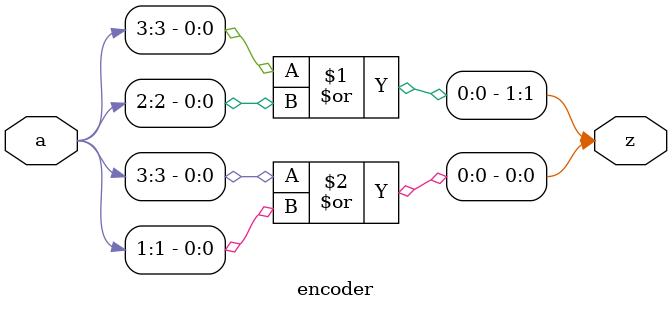
<source format=v>
module encoder(a,z);
input [3:0] a;
output [1:0] z;

assign z[1] = a[3]|a[2];
assign z[0] = a[3]|a[1];

endmodule

</source>
